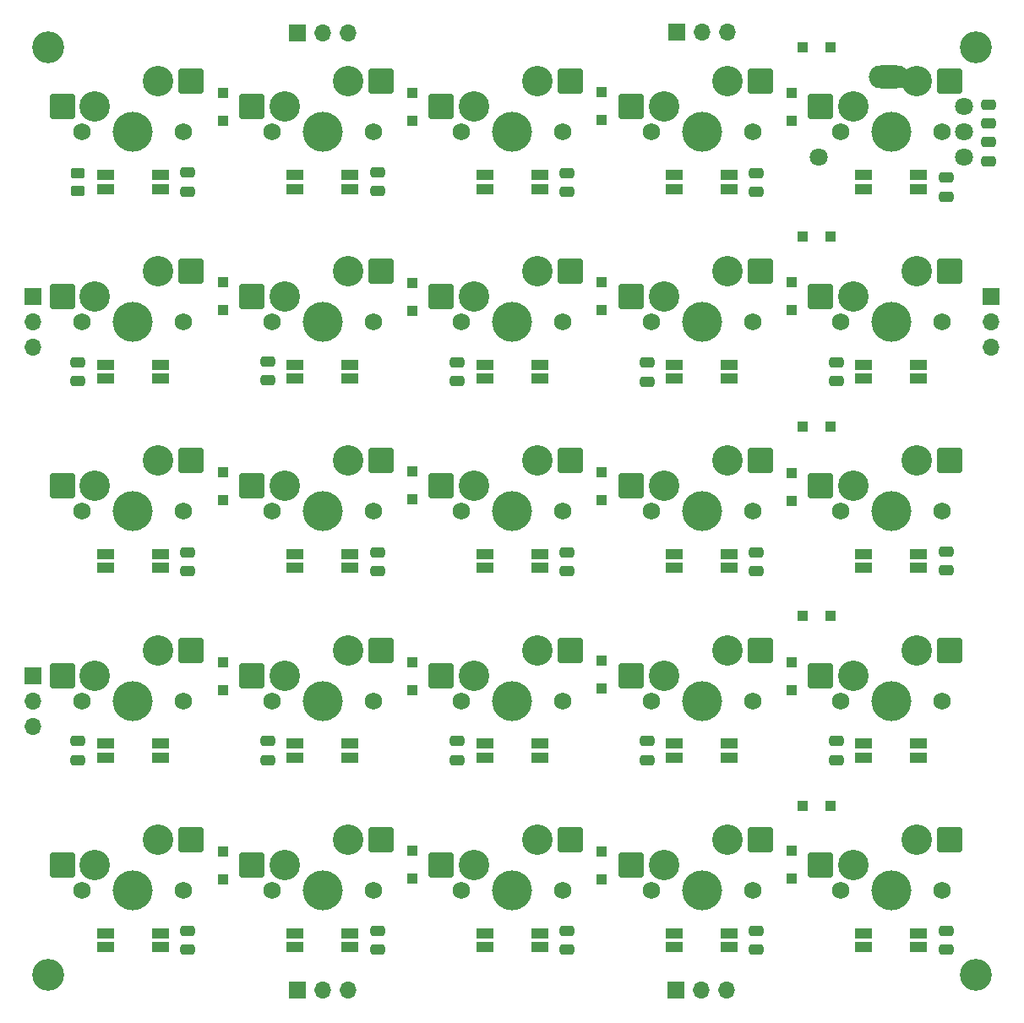
<source format=gbs>
G04 #@! TF.GenerationSoftware,KiCad,Pcbnew,(6.0.5)*
G04 #@! TF.CreationDate,2022-06-26T21:28:20+02:00*
G04 #@! TF.ProjectId,5x5x2-part1,35783578-322d-4706-9172-74312e6b6963,rev?*
G04 #@! TF.SameCoordinates,Original*
G04 #@! TF.FileFunction,Soldermask,Bot*
G04 #@! TF.FilePolarity,Negative*
%FSLAX46Y46*%
G04 Gerber Fmt 4.6, Leading zero omitted, Abs format (unit mm)*
G04 Created by KiCad (PCBNEW (6.0.5)) date 2022-06-26 21:28:20*
%MOMM*%
%LPD*%
G01*
G04 APERTURE LIST*
G04 Aperture macros list*
%AMRoundRect*
0 Rectangle with rounded corners*
0 $1 Rounding radius*
0 $2 $3 $4 $5 $6 $7 $8 $9 X,Y pos of 4 corners*
0 Add a 4 corners polygon primitive as box body*
4,1,4,$2,$3,$4,$5,$6,$7,$8,$9,$2,$3,0*
0 Add four circle primitives for the rounded corners*
1,1,$1+$1,$2,$3*
1,1,$1+$1,$4,$5*
1,1,$1+$1,$6,$7*
1,1,$1+$1,$8,$9*
0 Add four rect primitives between the rounded corners*
20,1,$1+$1,$2,$3,$4,$5,0*
20,1,$1+$1,$4,$5,$6,$7,0*
20,1,$1+$1,$6,$7,$8,$9,0*
20,1,$1+$1,$8,$9,$2,$3,0*%
G04 Aperture macros list end*
%ADD10C,1.750000*%
%ADD11C,4.000000*%
%ADD12C,3.050000*%
%ADD13RoundRect,0.250000X-1.025000X-1.000000X1.025000X-1.000000X1.025000X1.000000X-1.025000X1.000000X0*%
%ADD14C,3.200000*%
%ADD15O,4.000000X2.300000*%
%ADD16C,1.800000*%
%ADD17R,1.100000X1.100000*%
%ADD18RoundRect,0.250000X-0.475000X0.250000X-0.475000X-0.250000X0.475000X-0.250000X0.475000X0.250000X0*%
%ADD19R,1.700000X1.000000*%
%ADD20R,1.700000X1.700000*%
%ADD21O,1.700000X1.700000*%
%ADD22RoundRect,0.250000X0.475000X-0.250000X0.475000X0.250000X-0.475000X0.250000X-0.475000X-0.250000X0*%
%ADD23RoundRect,0.250000X0.450000X-0.262500X0.450000X0.262500X-0.450000X0.262500X-0.450000X-0.262500X0*%
G04 APERTURE END LIST*
D10*
X72080000Y-69000000D03*
D11*
X67000000Y-69000000D03*
D12*
X69540000Y-63920000D03*
D10*
X61920000Y-69000000D03*
D12*
X63190000Y-66460000D03*
D13*
X59915000Y-66460000D03*
X72842000Y-63920000D03*
D14*
X39500000Y-41500000D03*
D10*
X72080000Y-107000000D03*
X61920000Y-107000000D03*
D11*
X67000000Y-107000000D03*
D12*
X69540000Y-101920000D03*
X63190000Y-104460000D03*
D13*
X59915000Y-104460000D03*
X72842000Y-101920000D03*
D14*
X39500000Y-134500000D03*
D12*
X101190000Y-66460000D03*
D10*
X110080000Y-69000000D03*
D11*
X105000000Y-69000000D03*
D12*
X107540000Y-63920000D03*
D10*
X99920000Y-69000000D03*
D13*
X97915000Y-66460000D03*
X110842000Y-63920000D03*
D10*
X80920000Y-126000000D03*
X91080000Y-126000000D03*
D11*
X86000000Y-126000000D03*
D12*
X82190000Y-123460000D03*
X88540000Y-120920000D03*
D13*
X78915000Y-123460000D03*
X91842000Y-120920000D03*
D10*
X118920000Y-88000000D03*
D12*
X120190000Y-85460000D03*
D10*
X129080000Y-88000000D03*
D12*
X126540000Y-82920000D03*
D11*
X124000000Y-88000000D03*
D13*
X116915000Y-85460000D03*
X129842000Y-82920000D03*
D14*
X132500000Y-41500000D03*
D11*
X86000000Y-107000000D03*
D10*
X91080000Y-107000000D03*
X80920000Y-107000000D03*
D12*
X82190000Y-104460000D03*
X88540000Y-101920000D03*
D13*
X78915000Y-104460000D03*
X91842000Y-101920000D03*
D11*
X124000000Y-50000000D03*
D12*
X120190000Y-47460000D03*
D10*
X118920000Y-50000000D03*
D12*
X126540000Y-44920000D03*
D10*
X129080000Y-50000000D03*
D13*
X116915000Y-47460000D03*
X129842000Y-44920000D03*
D11*
X124000000Y-126000000D03*
D12*
X126540000Y-120920000D03*
D10*
X118920000Y-126000000D03*
X129080000Y-126000000D03*
D12*
X120190000Y-123460000D03*
D13*
X116915000Y-123460000D03*
X129842000Y-120920000D03*
D10*
X110080000Y-126000000D03*
D11*
X105000000Y-126000000D03*
D10*
X99920000Y-126000000D03*
D12*
X107540000Y-120920000D03*
X101190000Y-123460000D03*
D13*
X97915000Y-123460000D03*
X110842000Y-120920000D03*
D12*
X88540000Y-63920000D03*
X82190000Y-66460000D03*
D10*
X80920000Y-69000000D03*
D11*
X86000000Y-69000000D03*
D10*
X91080000Y-69000000D03*
D13*
X78915000Y-66460000D03*
X91842000Y-63920000D03*
D14*
X132500000Y-134500000D03*
D10*
X61920000Y-126000000D03*
D12*
X63190000Y-123460000D03*
D11*
X67000000Y-126000000D03*
D10*
X72080000Y-126000000D03*
D12*
X69540000Y-120920000D03*
D13*
X59915000Y-123460000D03*
X72842000Y-120920000D03*
D10*
X118920000Y-69000000D03*
D11*
X124000000Y-69000000D03*
D12*
X126540000Y-63920000D03*
X120190000Y-66460000D03*
D10*
X129080000Y-69000000D03*
D13*
X116915000Y-66460000D03*
X129842000Y-63920000D03*
D10*
X99920000Y-107000000D03*
D11*
X105000000Y-107000000D03*
D10*
X110080000Y-107000000D03*
D12*
X107540000Y-101920000D03*
X101190000Y-104460000D03*
D13*
X97915000Y-104460000D03*
X110842000Y-101920000D03*
D10*
X72080000Y-50000000D03*
D12*
X63190000Y-47460000D03*
X69540000Y-44920000D03*
D11*
X67000000Y-50000000D03*
D10*
X61920000Y-50000000D03*
D13*
X59915000Y-47460000D03*
X72842000Y-44920000D03*
D15*
X123750000Y-44500000D03*
D16*
X131250000Y-52540000D03*
X131250000Y-47460000D03*
X131250000Y-50000000D03*
X116750000Y-47460000D03*
X116750000Y-52540000D03*
D10*
X61920000Y-88000000D03*
D12*
X63190000Y-85460000D03*
X69540000Y-82920000D03*
D10*
X72080000Y-88000000D03*
D11*
X67000000Y-88000000D03*
D13*
X59915000Y-85460000D03*
X72842000Y-82920000D03*
D10*
X91080000Y-50000000D03*
D12*
X88540000Y-44920000D03*
X82190000Y-47460000D03*
D11*
X86000000Y-50000000D03*
D10*
X80920000Y-50000000D03*
D13*
X78915000Y-47460000D03*
X91842000Y-44920000D03*
D12*
X120190000Y-104460000D03*
D11*
X124000000Y-107000000D03*
D10*
X118920000Y-107000000D03*
X129080000Y-107000000D03*
D12*
X126540000Y-101920000D03*
D13*
X116915000Y-104460000D03*
X129842000Y-101920000D03*
D11*
X48000000Y-107000000D03*
D10*
X53080000Y-107000000D03*
D12*
X44190000Y-104460000D03*
D10*
X42920000Y-107000000D03*
D12*
X50540000Y-101920000D03*
D13*
X40915000Y-104460000D03*
X53842000Y-101920000D03*
D10*
X53080000Y-50000000D03*
D12*
X44190000Y-47460000D03*
D10*
X42920000Y-50000000D03*
D11*
X48000000Y-50000000D03*
D12*
X50540000Y-44920000D03*
D13*
X40915000Y-47460000D03*
X53842000Y-44920000D03*
D12*
X101190000Y-85460000D03*
D10*
X110080000Y-88000000D03*
D11*
X105000000Y-88000000D03*
D12*
X107540000Y-82920000D03*
D10*
X99920000Y-88000000D03*
D13*
X97915000Y-85460000D03*
X110842000Y-82920000D03*
D12*
X44190000Y-123460000D03*
X50540000Y-120920000D03*
D10*
X53080000Y-126000000D03*
D11*
X48000000Y-126000000D03*
D10*
X42920000Y-126000000D03*
D13*
X40915000Y-123460000D03*
X53842000Y-120920000D03*
D12*
X44190000Y-66460000D03*
D10*
X53080000Y-69000000D03*
X42920000Y-69000000D03*
D12*
X50540000Y-63920000D03*
D11*
X48000000Y-69000000D03*
D13*
X40915000Y-66460000D03*
X53842000Y-63920000D03*
D12*
X50540000Y-82920000D03*
D10*
X53080000Y-88000000D03*
D12*
X44190000Y-85460000D03*
D10*
X42920000Y-88000000D03*
D11*
X48000000Y-88000000D03*
D13*
X40915000Y-85460000D03*
X53842000Y-82920000D03*
D11*
X86000000Y-88000000D03*
D10*
X80920000Y-88000000D03*
D12*
X82190000Y-85460000D03*
X88540000Y-82920000D03*
D10*
X91080000Y-88000000D03*
D13*
X78915000Y-85460000D03*
X91842000Y-82920000D03*
D10*
X110080000Y-50000000D03*
D12*
X107540000Y-44920000D03*
X101190000Y-47460000D03*
D10*
X99920000Y-50000000D03*
D11*
X105000000Y-50000000D03*
D13*
X97915000Y-47460000D03*
X110842000Y-44920000D03*
D17*
X76000000Y-105900000D03*
X76000000Y-103100000D03*
D18*
X61500000Y-73000000D03*
X61500000Y-74900000D03*
D17*
X115100000Y-41500000D03*
X117900000Y-41500000D03*
D19*
X107750000Y-93700000D03*
X107750000Y-92300000D03*
X102250000Y-92300000D03*
X102250000Y-93700000D03*
X126750000Y-131700000D03*
X126750000Y-130300000D03*
X121250000Y-130300000D03*
X121250000Y-131700000D03*
D17*
X95000000Y-48800000D03*
X95000000Y-46000000D03*
X114000000Y-105900000D03*
X114000000Y-103100000D03*
D18*
X99500000Y-111050000D03*
X99500000Y-112950000D03*
D19*
X88750000Y-131700000D03*
X88750000Y-130300000D03*
X83250000Y-130300000D03*
X83250000Y-131700000D03*
D17*
X114000000Y-124800000D03*
X114000000Y-122000000D03*
X57000000Y-48900000D03*
X57000000Y-46100000D03*
D18*
X118500000Y-73050000D03*
X118500000Y-74950000D03*
D17*
X57000000Y-86900000D03*
X57000000Y-84100000D03*
X115100000Y-117500000D03*
X117900000Y-117500000D03*
D18*
X53500000Y-54050000D03*
X53500000Y-55950000D03*
D20*
X64475000Y-40025000D03*
D21*
X67015000Y-40025000D03*
X69555000Y-40025000D03*
D17*
X95000000Y-105800000D03*
X95000000Y-103000000D03*
D18*
X110500000Y-54100000D03*
X110500000Y-56000000D03*
X91500000Y-130050000D03*
X91500000Y-131950000D03*
X99500000Y-73100000D03*
X99500000Y-75000000D03*
D17*
X115100000Y-79500000D03*
X117900000Y-79500000D03*
X76000000Y-67900000D03*
X76000000Y-65100000D03*
D20*
X102420000Y-136000000D03*
D21*
X104960000Y-136000000D03*
X107500000Y-136000000D03*
D20*
X102460000Y-40000000D03*
D21*
X105000000Y-40000000D03*
X107540000Y-40000000D03*
D19*
X121250000Y-111300000D03*
X121250000Y-112700000D03*
X126750000Y-112700000D03*
X126750000Y-111300000D03*
D18*
X42500000Y-111050000D03*
X42500000Y-112950000D03*
X72500000Y-54000000D03*
X72500000Y-55900000D03*
D19*
X50750000Y-131700000D03*
X50750000Y-130300000D03*
X45250000Y-130300000D03*
X45250000Y-131700000D03*
X107750000Y-131700000D03*
X107750000Y-130300000D03*
X102250000Y-130300000D03*
X102250000Y-131700000D03*
D18*
X118500000Y-111050000D03*
X118500000Y-112950000D03*
D17*
X114000000Y-87000000D03*
X114000000Y-84200000D03*
D19*
X102250000Y-73300000D03*
X102250000Y-74700000D03*
X107750000Y-74700000D03*
X107750000Y-73300000D03*
D18*
X133750000Y-47250000D03*
X133750000Y-49150000D03*
D19*
X45250000Y-111300000D03*
X45250000Y-112700000D03*
X50750000Y-112700000D03*
X50750000Y-111300000D03*
X69750000Y-93700000D03*
X69750000Y-92300000D03*
X64250000Y-92300000D03*
X64250000Y-93700000D03*
D18*
X42500000Y-73050000D03*
X42500000Y-74950000D03*
X80500000Y-111050000D03*
X80500000Y-112950000D03*
X110500000Y-92100000D03*
X110500000Y-94000000D03*
D19*
X69750000Y-55700000D03*
X69750000Y-54300000D03*
X64250000Y-54300000D03*
X64250000Y-55700000D03*
D17*
X76000000Y-48900000D03*
X76000000Y-46100000D03*
D18*
X129500000Y-54550000D03*
X129500000Y-56450000D03*
D19*
X64250000Y-111300000D03*
X64250000Y-112700000D03*
X69750000Y-112700000D03*
X69750000Y-111300000D03*
X107750000Y-55700000D03*
X107750000Y-54300000D03*
X102250000Y-54300000D03*
X102250000Y-55700000D03*
X83250000Y-111300000D03*
X83250000Y-112700000D03*
X88750000Y-112700000D03*
X88750000Y-111300000D03*
D18*
X129500000Y-92050000D03*
X129500000Y-93950000D03*
D17*
X57000000Y-124900000D03*
X57000000Y-122100000D03*
X114000000Y-67800000D03*
X114000000Y-65000000D03*
D19*
X102250000Y-111300000D03*
X102250000Y-112700000D03*
X107750000Y-112700000D03*
X107750000Y-111300000D03*
X50750000Y-55700000D03*
X50750000Y-54300000D03*
X45250000Y-54300000D03*
X45250000Y-55700000D03*
X121250000Y-73300000D03*
X121250000Y-74700000D03*
X126750000Y-74700000D03*
X126750000Y-73300000D03*
X88750000Y-93700000D03*
X88750000Y-92300000D03*
X83250000Y-92300000D03*
X83250000Y-93700000D03*
D18*
X61500000Y-111050000D03*
X61500000Y-112950000D03*
D22*
X133750000Y-52900000D03*
X133750000Y-51000000D03*
D17*
X95000000Y-67800000D03*
X95000000Y-65000000D03*
X76000000Y-124800000D03*
X76000000Y-122000000D03*
D18*
X72500000Y-130050000D03*
X72500000Y-131950000D03*
X91500000Y-54100000D03*
X91500000Y-56000000D03*
D19*
X64250000Y-73300000D03*
X64250000Y-74700000D03*
X69750000Y-74700000D03*
X69750000Y-73300000D03*
X45250000Y-73300000D03*
X45250000Y-74700000D03*
X50750000Y-74700000D03*
X50750000Y-73300000D03*
D20*
X37975000Y-104475000D03*
D21*
X37975000Y-107015000D03*
X37975000Y-109555000D03*
D17*
X115100000Y-98500000D03*
X117900000Y-98500000D03*
D18*
X110500000Y-130050000D03*
X110500000Y-131950000D03*
X80500000Y-73050000D03*
X80500000Y-74950000D03*
D23*
X42500000Y-55912500D03*
X42500000Y-54087500D03*
D19*
X88750000Y-55700000D03*
X88750000Y-54300000D03*
X83250000Y-54300000D03*
X83250000Y-55700000D03*
D20*
X134000000Y-66475000D03*
D21*
X134000000Y-69015000D03*
X134000000Y-71555000D03*
D19*
X126750000Y-93700000D03*
X126750000Y-92300000D03*
X121250000Y-92300000D03*
X121250000Y-93700000D03*
D17*
X115100000Y-60500000D03*
X117900000Y-60500000D03*
X114000000Y-48900000D03*
X114000000Y-46100000D03*
D19*
X83250000Y-73300000D03*
X83250000Y-74700000D03*
X88750000Y-74700000D03*
X88750000Y-73300000D03*
D18*
X91500000Y-92100000D03*
X91500000Y-94000000D03*
D19*
X126750000Y-55700000D03*
X126750000Y-54300000D03*
X121250000Y-54300000D03*
X121250000Y-55700000D03*
D17*
X95000000Y-124900000D03*
X95000000Y-122100000D03*
X57000000Y-105900000D03*
X57000000Y-103100000D03*
D20*
X64460000Y-136000000D03*
D21*
X67000000Y-136000000D03*
X69540000Y-136000000D03*
D20*
X38000000Y-66460000D03*
D21*
X38000000Y-69000000D03*
X38000000Y-71540000D03*
D18*
X53500000Y-92100000D03*
X53500000Y-94000000D03*
D19*
X69750000Y-131700000D03*
X69750000Y-130300000D03*
X64250000Y-130300000D03*
X64250000Y-131700000D03*
D18*
X72500000Y-92100000D03*
X72500000Y-94000000D03*
D19*
X50750000Y-93700000D03*
X50750000Y-92300000D03*
X45250000Y-92300000D03*
X45250000Y-93700000D03*
D17*
X95000000Y-86900000D03*
X95000000Y-84100000D03*
D18*
X129500000Y-130050000D03*
X129500000Y-131950000D03*
D17*
X57000000Y-67800000D03*
X57000000Y-65000000D03*
X76000000Y-86800000D03*
X76000000Y-84000000D03*
D18*
X53500000Y-130050000D03*
X53500000Y-131950000D03*
M02*

</source>
